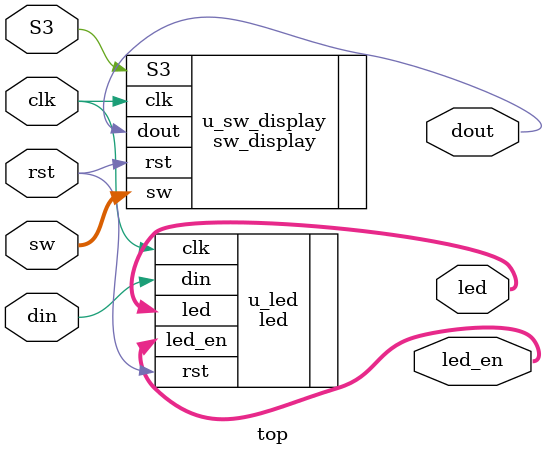
<source format=v>
`timescale 1ns / 1ps


module top(

    input wire clk,
    input wire rst,
    //send
    input wire S3,
    input [7:0] sw,
    output wire dout,
    //recv
    input din,
    output [7:0] led_en,
    output [7:0] led
  );

  led u_led(
        .clk(clk),
        .rst(rst),
        .din(din),
        .led_en(led_en),
        .led(led)
      );

  sw_display u_sw_display(
               .clk(clk),
               .rst(rst),
               .sw(sw),
               .S3(S3),
               .dout(dout)
             );
endmodule

</source>
